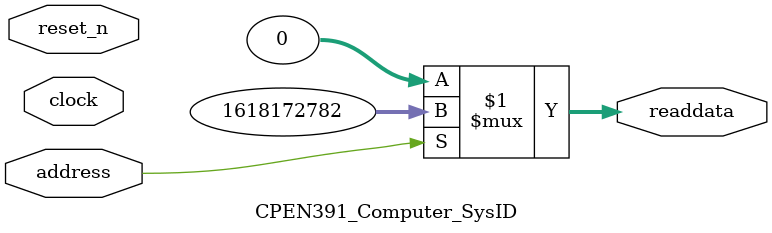
<source format=v>

`timescale 1ns / 1ps
// synthesis translate_on

// turn off superfluous verilog processor warnings 
// altera message_level Level1 
// altera message_off 10034 10035 10036 10037 10230 10240 10030 

module CPEN391_Computer_SysID (
               // inputs:
                address,
                clock,
                reset_n,

               // outputs:
                readdata
             )
;

  output  [ 31: 0] readdata;
  input            address;
  input            clock;
  input            reset_n;

  wire    [ 31: 0] readdata;
  //control_slave, which is an e_avalon_slave
  assign readdata = address ? 1618172782 : 0;

endmodule




</source>
